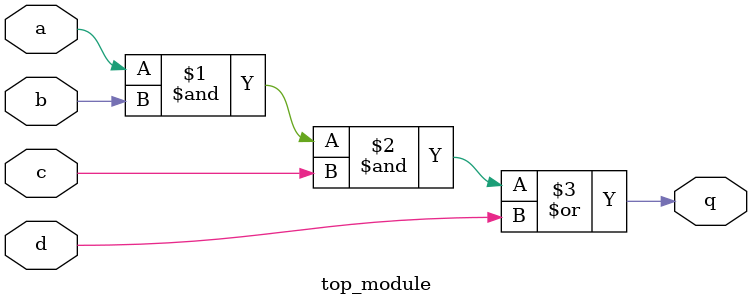
<source format=sv>
module top_module (
	input a, 
	input b, 
	input c, 
	input d,
	output q
);

	assign q = (a & b & c) | d;

endmodule

</source>
